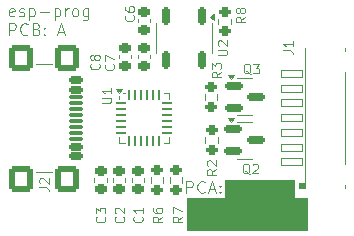
<source format=gbr>
%TF.GenerationSoftware,KiCad,Pcbnew,8.0.3-8.0.3-0~ubuntu24.04.1*%
%TF.CreationDate,2024-07-06T11:56:49-06:00*%
%TF.ProjectId,esp-prog,6573702d-7072-46f6-972e-6b696361645f,rev?*%
%TF.SameCoordinates,Original*%
%TF.FileFunction,Legend,Top*%
%TF.FilePolarity,Positive*%
%FSLAX46Y46*%
G04 Gerber Fmt 4.6, Leading zero omitted, Abs format (unit mm)*
G04 Created by KiCad (PCBNEW 8.0.3-8.0.3-0~ubuntu24.04.1) date 2024-07-06 11:56:49*
%MOMM*%
%LPD*%
G01*
G04 APERTURE LIST*
G04 Aperture macros list*
%AMRoundRect*
0 Rectangle with rounded corners*
0 $1 Rounding radius*
0 $2 $3 $4 $5 $6 $7 $8 $9 X,Y pos of 4 corners*
0 Add a 4 corners polygon primitive as box body*
4,1,4,$2,$3,$4,$5,$6,$7,$8,$9,$2,$3,0*
0 Add four circle primitives for the rounded corners*
1,1,$1+$1,$2,$3*
1,1,$1+$1,$4,$5*
1,1,$1+$1,$6,$7*
1,1,$1+$1,$8,$9*
0 Add four rect primitives between the rounded corners*
20,1,$1+$1,$2,$3,$4,$5,0*
20,1,$1+$1,$4,$5,$6,$7,0*
20,1,$1+$1,$6,$7,$8,$9,0*
20,1,$1+$1,$8,$9,$2,$3,0*%
%AMOutline5P*
0 Free polygon, 5 corners , with rotation*
0 The origin of the aperture is its center*
0 number of corners: always 5*
0 $1 to $10 corner X, Y*
0 $11 Rotation angle, in degrees counterclockwise*
0 create outline with 5 corners*
4,1,5,$1,$2,$3,$4,$5,$6,$7,$8,$9,$10,$1,$2,$11*%
%AMOutline6P*
0 Free polygon, 6 corners , with rotation*
0 The origin of the aperture is its center*
0 number of corners: always 6*
0 $1 to $12 corner X, Y*
0 $13 Rotation angle, in degrees counterclockwise*
0 create outline with 6 corners*
4,1,6,$1,$2,$3,$4,$5,$6,$7,$8,$9,$10,$11,$12,$1,$2,$13*%
%AMOutline7P*
0 Free polygon, 7 corners , with rotation*
0 The origin of the aperture is its center*
0 number of corners: always 7*
0 $1 to $14 corner X, Y*
0 $15 Rotation angle, in degrees counterclockwise*
0 create outline with 7 corners*
4,1,7,$1,$2,$3,$4,$5,$6,$7,$8,$9,$10,$11,$12,$13,$14,$1,$2,$15*%
%AMOutline8P*
0 Free polygon, 8 corners , with rotation*
0 The origin of the aperture is its center*
0 number of corners: always 8*
0 $1 to $16 corner X, Y*
0 $17 Rotation angle, in degrees counterclockwise*
0 create outline with 8 corners*
4,1,8,$1,$2,$3,$4,$5,$6,$7,$8,$9,$10,$11,$12,$13,$14,$15,$16,$1,$2,$17*%
%AMFreePoly0*
4,1,13,0.900000,0.500000,2.600000,0.500000,2.600000,-0.500000,0.900000,-0.500000,0.400000,-1.000000,-0.400000,-1.000000,-0.900000,-0.500000,-2.600000,-0.500000,-2.600000,0.500000,-0.900000,0.500000,-0.400000,1.000000,0.400000,1.000000,0.900000,0.500000,0.900000,0.500000,$1*%
G04 Aperture macros list end*
%ADD10C,0.100000*%
%ADD11C,0.120000*%
%ADD12RoundRect,0.035000X0.865000X-0.315000X0.865000X0.315000X-0.865000X0.315000X-0.865000X-0.315000X0*%
%ADD13Outline5P,-0.900000X1.100000X0.900000X1.100000X0.900000X-0.380000X0.180000X-1.100000X-0.900000X-1.100000X90.000000*%
%ADD14Outline5P,-0.900000X1.100000X0.900000X1.100000X0.900000X-1.100000X-0.180000X-1.100000X-0.900000X-0.380000X90.000000*%
%ADD15RoundRect,0.062500X-0.350000X-0.062500X0.350000X-0.062500X0.350000X0.062500X-0.350000X0.062500X0*%
%ADD16RoundRect,0.062500X-0.062500X-0.350000X0.062500X-0.350000X0.062500X0.350000X-0.062500X0.350000X0*%
%ADD17R,2.600000X2.600000*%
%ADD18RoundRect,0.225000X-0.250000X0.225000X-0.250000X-0.225000X0.250000X-0.225000X0.250000X0.225000X0*%
%ADD19RoundRect,0.200000X0.275000X-0.200000X0.275000X0.200000X-0.275000X0.200000X-0.275000X-0.200000X0*%
%ADD20RoundRect,0.225000X0.250000X-0.225000X0.250000X0.225000X-0.250000X0.225000X-0.250000X-0.225000X0*%
%ADD21RoundRect,0.150000X-0.587500X-0.150000X0.587500X-0.150000X0.587500X0.150000X-0.587500X0.150000X0*%
%ADD22RoundRect,0.200000X-0.275000X0.200000X-0.275000X-0.200000X0.275000X-0.200000X0.275000X0.200000X0*%
%ADD23RoundRect,0.175000X-0.175000X0.575000X-0.175000X-0.575000X0.175000X-0.575000X0.175000X0.575000X0*%
%ADD24FreePoly0,270.000000*%
%ADD25C,0.650000*%
%ADD26RoundRect,0.150000X-0.425000X0.150000X-0.425000X-0.150000X0.425000X-0.150000X0.425000X0.150000X0*%
%ADD27RoundRect,0.075000X-0.500000X0.075000X-0.500000X-0.075000X0.500000X-0.075000X0.500000X0.075000X0*%
%ADD28RoundRect,0.250000X-0.750000X0.840000X-0.750000X-0.840000X0.750000X-0.840000X0.750000X0.840000X0*%
G04 APERTURE END LIST*
D10*
X35750000Y-36800000D02*
X45950000Y-36800000D01*
X45950000Y-39450000D01*
X35750000Y-39450000D01*
X35750000Y-36800000D01*
G36*
X35750000Y-36800000D02*
G01*
X45950000Y-36800000D01*
X45950000Y-39450000D01*
X35750000Y-39450000D01*
X35750000Y-36800000D01*
G37*
X38950000Y-35200000D02*
X44800000Y-35200000D01*
X44800000Y-36800000D01*
X38950000Y-36800000D01*
X38950000Y-35200000D01*
G36*
X38950000Y-35200000D02*
G01*
X44800000Y-35200000D01*
X44800000Y-36800000D01*
X38950000Y-36800000D01*
X38950000Y-35200000D01*
G37*
X20703884Y-22972419D02*
X20703884Y-21972419D01*
X20703884Y-21972419D02*
X21084836Y-21972419D01*
X21084836Y-21972419D02*
X21180074Y-22020038D01*
X21180074Y-22020038D02*
X21227693Y-22067657D01*
X21227693Y-22067657D02*
X21275312Y-22162895D01*
X21275312Y-22162895D02*
X21275312Y-22305752D01*
X21275312Y-22305752D02*
X21227693Y-22400990D01*
X21227693Y-22400990D02*
X21180074Y-22448609D01*
X21180074Y-22448609D02*
X21084836Y-22496228D01*
X21084836Y-22496228D02*
X20703884Y-22496228D01*
X22275312Y-22877180D02*
X22227693Y-22924800D01*
X22227693Y-22924800D02*
X22084836Y-22972419D01*
X22084836Y-22972419D02*
X21989598Y-22972419D01*
X21989598Y-22972419D02*
X21846741Y-22924800D01*
X21846741Y-22924800D02*
X21751503Y-22829561D01*
X21751503Y-22829561D02*
X21703884Y-22734323D01*
X21703884Y-22734323D02*
X21656265Y-22543847D01*
X21656265Y-22543847D02*
X21656265Y-22400990D01*
X21656265Y-22400990D02*
X21703884Y-22210514D01*
X21703884Y-22210514D02*
X21751503Y-22115276D01*
X21751503Y-22115276D02*
X21846741Y-22020038D01*
X21846741Y-22020038D02*
X21989598Y-21972419D01*
X21989598Y-21972419D02*
X22084836Y-21972419D01*
X22084836Y-21972419D02*
X22227693Y-22020038D01*
X22227693Y-22020038D02*
X22275312Y-22067657D01*
X23037217Y-22448609D02*
X23180074Y-22496228D01*
X23180074Y-22496228D02*
X23227693Y-22543847D01*
X23227693Y-22543847D02*
X23275312Y-22639085D01*
X23275312Y-22639085D02*
X23275312Y-22781942D01*
X23275312Y-22781942D02*
X23227693Y-22877180D01*
X23227693Y-22877180D02*
X23180074Y-22924800D01*
X23180074Y-22924800D02*
X23084836Y-22972419D01*
X23084836Y-22972419D02*
X22703884Y-22972419D01*
X22703884Y-22972419D02*
X22703884Y-21972419D01*
X22703884Y-21972419D02*
X23037217Y-21972419D01*
X23037217Y-21972419D02*
X23132455Y-22020038D01*
X23132455Y-22020038D02*
X23180074Y-22067657D01*
X23180074Y-22067657D02*
X23227693Y-22162895D01*
X23227693Y-22162895D02*
X23227693Y-22258133D01*
X23227693Y-22258133D02*
X23180074Y-22353371D01*
X23180074Y-22353371D02*
X23132455Y-22400990D01*
X23132455Y-22400990D02*
X23037217Y-22448609D01*
X23037217Y-22448609D02*
X22703884Y-22448609D01*
X23703884Y-22877180D02*
X23751503Y-22924800D01*
X23751503Y-22924800D02*
X23703884Y-22972419D01*
X23703884Y-22972419D02*
X23656265Y-22924800D01*
X23656265Y-22924800D02*
X23703884Y-22877180D01*
X23703884Y-22877180D02*
X23703884Y-22972419D01*
X23703884Y-22353371D02*
X23751503Y-22400990D01*
X23751503Y-22400990D02*
X23703884Y-22448609D01*
X23703884Y-22448609D02*
X23656265Y-22400990D01*
X23656265Y-22400990D02*
X23703884Y-22353371D01*
X23703884Y-22353371D02*
X23703884Y-22448609D01*
X24894360Y-22686704D02*
X25370550Y-22686704D01*
X24799122Y-22972419D02*
X25132455Y-21972419D01*
X25132455Y-21972419D02*
X25465788Y-22972419D01*
X35703884Y-36322419D02*
X35703884Y-35322419D01*
X35703884Y-35322419D02*
X36084836Y-35322419D01*
X36084836Y-35322419D02*
X36180074Y-35370038D01*
X36180074Y-35370038D02*
X36227693Y-35417657D01*
X36227693Y-35417657D02*
X36275312Y-35512895D01*
X36275312Y-35512895D02*
X36275312Y-35655752D01*
X36275312Y-35655752D02*
X36227693Y-35750990D01*
X36227693Y-35750990D02*
X36180074Y-35798609D01*
X36180074Y-35798609D02*
X36084836Y-35846228D01*
X36084836Y-35846228D02*
X35703884Y-35846228D01*
X37275312Y-36227180D02*
X37227693Y-36274800D01*
X37227693Y-36274800D02*
X37084836Y-36322419D01*
X37084836Y-36322419D02*
X36989598Y-36322419D01*
X36989598Y-36322419D02*
X36846741Y-36274800D01*
X36846741Y-36274800D02*
X36751503Y-36179561D01*
X36751503Y-36179561D02*
X36703884Y-36084323D01*
X36703884Y-36084323D02*
X36656265Y-35893847D01*
X36656265Y-35893847D02*
X36656265Y-35750990D01*
X36656265Y-35750990D02*
X36703884Y-35560514D01*
X36703884Y-35560514D02*
X36751503Y-35465276D01*
X36751503Y-35465276D02*
X36846741Y-35370038D01*
X36846741Y-35370038D02*
X36989598Y-35322419D01*
X36989598Y-35322419D02*
X37084836Y-35322419D01*
X37084836Y-35322419D02*
X37227693Y-35370038D01*
X37227693Y-35370038D02*
X37275312Y-35417657D01*
X37656265Y-36036704D02*
X38132455Y-36036704D01*
X37561027Y-36322419D02*
X37894360Y-35322419D01*
X37894360Y-35322419D02*
X38227693Y-36322419D01*
X38561027Y-36227180D02*
X38608646Y-36274800D01*
X38608646Y-36274800D02*
X38561027Y-36322419D01*
X38561027Y-36322419D02*
X38513408Y-36274800D01*
X38513408Y-36274800D02*
X38561027Y-36227180D01*
X38561027Y-36227180D02*
X38561027Y-36322419D01*
X38561027Y-35703371D02*
X38608646Y-35750990D01*
X38608646Y-35750990D02*
X38561027Y-35798609D01*
X38561027Y-35798609D02*
X38513408Y-35750990D01*
X38513408Y-35750990D02*
X38561027Y-35703371D01*
X38561027Y-35703371D02*
X38561027Y-35798609D01*
X21134836Y-21324800D02*
X21039598Y-21372419D01*
X21039598Y-21372419D02*
X20849122Y-21372419D01*
X20849122Y-21372419D02*
X20753884Y-21324800D01*
X20753884Y-21324800D02*
X20706265Y-21229561D01*
X20706265Y-21229561D02*
X20706265Y-20848609D01*
X20706265Y-20848609D02*
X20753884Y-20753371D01*
X20753884Y-20753371D02*
X20849122Y-20705752D01*
X20849122Y-20705752D02*
X21039598Y-20705752D01*
X21039598Y-20705752D02*
X21134836Y-20753371D01*
X21134836Y-20753371D02*
X21182455Y-20848609D01*
X21182455Y-20848609D02*
X21182455Y-20943847D01*
X21182455Y-20943847D02*
X20706265Y-21039085D01*
X21563408Y-21324800D02*
X21658646Y-21372419D01*
X21658646Y-21372419D02*
X21849122Y-21372419D01*
X21849122Y-21372419D02*
X21944360Y-21324800D01*
X21944360Y-21324800D02*
X21991979Y-21229561D01*
X21991979Y-21229561D02*
X21991979Y-21181942D01*
X21991979Y-21181942D02*
X21944360Y-21086704D01*
X21944360Y-21086704D02*
X21849122Y-21039085D01*
X21849122Y-21039085D02*
X21706265Y-21039085D01*
X21706265Y-21039085D02*
X21611027Y-20991466D01*
X21611027Y-20991466D02*
X21563408Y-20896228D01*
X21563408Y-20896228D02*
X21563408Y-20848609D01*
X21563408Y-20848609D02*
X21611027Y-20753371D01*
X21611027Y-20753371D02*
X21706265Y-20705752D01*
X21706265Y-20705752D02*
X21849122Y-20705752D01*
X21849122Y-20705752D02*
X21944360Y-20753371D01*
X22420551Y-20705752D02*
X22420551Y-21705752D01*
X22420551Y-20753371D02*
X22515789Y-20705752D01*
X22515789Y-20705752D02*
X22706265Y-20705752D01*
X22706265Y-20705752D02*
X22801503Y-20753371D01*
X22801503Y-20753371D02*
X22849122Y-20800990D01*
X22849122Y-20800990D02*
X22896741Y-20896228D01*
X22896741Y-20896228D02*
X22896741Y-21181942D01*
X22896741Y-21181942D02*
X22849122Y-21277180D01*
X22849122Y-21277180D02*
X22801503Y-21324800D01*
X22801503Y-21324800D02*
X22706265Y-21372419D01*
X22706265Y-21372419D02*
X22515789Y-21372419D01*
X22515789Y-21372419D02*
X22420551Y-21324800D01*
X23325313Y-20991466D02*
X24087218Y-20991466D01*
X24563408Y-20705752D02*
X24563408Y-21705752D01*
X24563408Y-20753371D02*
X24658646Y-20705752D01*
X24658646Y-20705752D02*
X24849122Y-20705752D01*
X24849122Y-20705752D02*
X24944360Y-20753371D01*
X24944360Y-20753371D02*
X24991979Y-20800990D01*
X24991979Y-20800990D02*
X25039598Y-20896228D01*
X25039598Y-20896228D02*
X25039598Y-21181942D01*
X25039598Y-21181942D02*
X24991979Y-21277180D01*
X24991979Y-21277180D02*
X24944360Y-21324800D01*
X24944360Y-21324800D02*
X24849122Y-21372419D01*
X24849122Y-21372419D02*
X24658646Y-21372419D01*
X24658646Y-21372419D02*
X24563408Y-21324800D01*
X25468170Y-21372419D02*
X25468170Y-20705752D01*
X25468170Y-20896228D02*
X25515789Y-20800990D01*
X25515789Y-20800990D02*
X25563408Y-20753371D01*
X25563408Y-20753371D02*
X25658646Y-20705752D01*
X25658646Y-20705752D02*
X25753884Y-20705752D01*
X26230075Y-21372419D02*
X26134837Y-21324800D01*
X26134837Y-21324800D02*
X26087218Y-21277180D01*
X26087218Y-21277180D02*
X26039599Y-21181942D01*
X26039599Y-21181942D02*
X26039599Y-20896228D01*
X26039599Y-20896228D02*
X26087218Y-20800990D01*
X26087218Y-20800990D02*
X26134837Y-20753371D01*
X26134837Y-20753371D02*
X26230075Y-20705752D01*
X26230075Y-20705752D02*
X26372932Y-20705752D01*
X26372932Y-20705752D02*
X26468170Y-20753371D01*
X26468170Y-20753371D02*
X26515789Y-20800990D01*
X26515789Y-20800990D02*
X26563408Y-20896228D01*
X26563408Y-20896228D02*
X26563408Y-21181942D01*
X26563408Y-21181942D02*
X26515789Y-21277180D01*
X26515789Y-21277180D02*
X26468170Y-21324800D01*
X26468170Y-21324800D02*
X26372932Y-21372419D01*
X26372932Y-21372419D02*
X26230075Y-21372419D01*
X27420551Y-20705752D02*
X27420551Y-21515276D01*
X27420551Y-21515276D02*
X27372932Y-21610514D01*
X27372932Y-21610514D02*
X27325313Y-21658133D01*
X27325313Y-21658133D02*
X27230075Y-21705752D01*
X27230075Y-21705752D02*
X27087218Y-21705752D01*
X27087218Y-21705752D02*
X26991980Y-21658133D01*
X27420551Y-21324800D02*
X27325313Y-21372419D01*
X27325313Y-21372419D02*
X27134837Y-21372419D01*
X27134837Y-21372419D02*
X27039599Y-21324800D01*
X27039599Y-21324800D02*
X26991980Y-21277180D01*
X26991980Y-21277180D02*
X26944361Y-21181942D01*
X26944361Y-21181942D02*
X26944361Y-20896228D01*
X26944361Y-20896228D02*
X26991980Y-20800990D01*
X26991980Y-20800990D02*
X27039599Y-20753371D01*
X27039599Y-20753371D02*
X27134837Y-20705752D01*
X27134837Y-20705752D02*
X27325313Y-20705752D01*
X27325313Y-20705752D02*
X27420551Y-20753371D01*
X43914895Y-24266666D02*
X44486323Y-24266666D01*
X44486323Y-24266666D02*
X44600609Y-24304761D01*
X44600609Y-24304761D02*
X44676800Y-24380952D01*
X44676800Y-24380952D02*
X44714895Y-24495237D01*
X44714895Y-24495237D02*
X44714895Y-24571428D01*
X44714895Y-23466666D02*
X44714895Y-23923809D01*
X44714895Y-23695237D02*
X43914895Y-23695237D01*
X43914895Y-23695237D02*
X44029180Y-23771428D01*
X44029180Y-23771428D02*
X44105371Y-23847618D01*
X44105371Y-23847618D02*
X44143466Y-23923809D01*
X28564895Y-28709523D02*
X29212514Y-28709523D01*
X29212514Y-28709523D02*
X29288704Y-28671428D01*
X29288704Y-28671428D02*
X29326800Y-28633333D01*
X29326800Y-28633333D02*
X29364895Y-28557142D01*
X29364895Y-28557142D02*
X29364895Y-28404761D01*
X29364895Y-28404761D02*
X29326800Y-28328571D01*
X29326800Y-28328571D02*
X29288704Y-28290476D01*
X29288704Y-28290476D02*
X29212514Y-28252380D01*
X29212514Y-28252380D02*
X28564895Y-28252380D01*
X29364895Y-27452381D02*
X29364895Y-27909524D01*
X29364895Y-27680952D02*
X28564895Y-27680952D01*
X28564895Y-27680952D02*
X28679180Y-27757143D01*
X28679180Y-27757143D02*
X28755371Y-27833333D01*
X28755371Y-27833333D02*
X28793466Y-27909524D01*
X28788704Y-38333332D02*
X28826800Y-38371428D01*
X28826800Y-38371428D02*
X28864895Y-38485713D01*
X28864895Y-38485713D02*
X28864895Y-38561904D01*
X28864895Y-38561904D02*
X28826800Y-38676190D01*
X28826800Y-38676190D02*
X28750609Y-38752380D01*
X28750609Y-38752380D02*
X28674419Y-38790475D01*
X28674419Y-38790475D02*
X28522038Y-38828571D01*
X28522038Y-38828571D02*
X28407752Y-38828571D01*
X28407752Y-38828571D02*
X28255371Y-38790475D01*
X28255371Y-38790475D02*
X28179180Y-38752380D01*
X28179180Y-38752380D02*
X28102990Y-38676190D01*
X28102990Y-38676190D02*
X28064895Y-38561904D01*
X28064895Y-38561904D02*
X28064895Y-38485713D01*
X28064895Y-38485713D02*
X28102990Y-38371428D01*
X28102990Y-38371428D02*
X28141085Y-38333332D01*
X28064895Y-38066666D02*
X28064895Y-37571428D01*
X28064895Y-37571428D02*
X28369657Y-37838094D01*
X28369657Y-37838094D02*
X28369657Y-37723809D01*
X28369657Y-37723809D02*
X28407752Y-37647618D01*
X28407752Y-37647618D02*
X28445847Y-37609523D01*
X28445847Y-37609523D02*
X28522038Y-37571428D01*
X28522038Y-37571428D02*
X28712514Y-37571428D01*
X28712514Y-37571428D02*
X28788704Y-37609523D01*
X28788704Y-37609523D02*
X28826800Y-37647618D01*
X28826800Y-37647618D02*
X28864895Y-37723809D01*
X28864895Y-37723809D02*
X28864895Y-37952380D01*
X28864895Y-37952380D02*
X28826800Y-38028571D01*
X28826800Y-38028571D02*
X28788704Y-38066666D01*
X31238704Y-21283332D02*
X31276800Y-21321428D01*
X31276800Y-21321428D02*
X31314895Y-21435713D01*
X31314895Y-21435713D02*
X31314895Y-21511904D01*
X31314895Y-21511904D02*
X31276800Y-21626190D01*
X31276800Y-21626190D02*
X31200609Y-21702380D01*
X31200609Y-21702380D02*
X31124419Y-21740475D01*
X31124419Y-21740475D02*
X30972038Y-21778571D01*
X30972038Y-21778571D02*
X30857752Y-21778571D01*
X30857752Y-21778571D02*
X30705371Y-21740475D01*
X30705371Y-21740475D02*
X30629180Y-21702380D01*
X30629180Y-21702380D02*
X30552990Y-21626190D01*
X30552990Y-21626190D02*
X30514895Y-21511904D01*
X30514895Y-21511904D02*
X30514895Y-21435713D01*
X30514895Y-21435713D02*
X30552990Y-21321428D01*
X30552990Y-21321428D02*
X30591085Y-21283332D01*
X30514895Y-20597618D02*
X30514895Y-20749999D01*
X30514895Y-20749999D02*
X30552990Y-20826190D01*
X30552990Y-20826190D02*
X30591085Y-20864285D01*
X30591085Y-20864285D02*
X30705371Y-20940475D01*
X30705371Y-20940475D02*
X30857752Y-20978571D01*
X30857752Y-20978571D02*
X31162514Y-20978571D01*
X31162514Y-20978571D02*
X31238704Y-20940475D01*
X31238704Y-20940475D02*
X31276800Y-20902380D01*
X31276800Y-20902380D02*
X31314895Y-20826190D01*
X31314895Y-20826190D02*
X31314895Y-20673809D01*
X31314895Y-20673809D02*
X31276800Y-20597618D01*
X31276800Y-20597618D02*
X31238704Y-20559523D01*
X31238704Y-20559523D02*
X31162514Y-20521428D01*
X31162514Y-20521428D02*
X30972038Y-20521428D01*
X30972038Y-20521428D02*
X30895847Y-20559523D01*
X30895847Y-20559523D02*
X30857752Y-20597618D01*
X30857752Y-20597618D02*
X30819657Y-20673809D01*
X30819657Y-20673809D02*
X30819657Y-20826190D01*
X30819657Y-20826190D02*
X30857752Y-20902380D01*
X30857752Y-20902380D02*
X30895847Y-20940475D01*
X30895847Y-20940475D02*
X30972038Y-20978571D01*
X35364895Y-38333332D02*
X34983942Y-38599999D01*
X35364895Y-38790475D02*
X34564895Y-38790475D01*
X34564895Y-38790475D02*
X34564895Y-38485713D01*
X34564895Y-38485713D02*
X34602990Y-38409523D01*
X34602990Y-38409523D02*
X34641085Y-38371428D01*
X34641085Y-38371428D02*
X34717276Y-38333332D01*
X34717276Y-38333332D02*
X34831561Y-38333332D01*
X34831561Y-38333332D02*
X34907752Y-38371428D01*
X34907752Y-38371428D02*
X34945847Y-38409523D01*
X34945847Y-38409523D02*
X34983942Y-38485713D01*
X34983942Y-38485713D02*
X34983942Y-38790475D01*
X34564895Y-38066666D02*
X34564895Y-37533332D01*
X34564895Y-37533332D02*
X35364895Y-37876190D01*
X28288704Y-25383332D02*
X28326800Y-25421428D01*
X28326800Y-25421428D02*
X28364895Y-25535713D01*
X28364895Y-25535713D02*
X28364895Y-25611904D01*
X28364895Y-25611904D02*
X28326800Y-25726190D01*
X28326800Y-25726190D02*
X28250609Y-25802380D01*
X28250609Y-25802380D02*
X28174419Y-25840475D01*
X28174419Y-25840475D02*
X28022038Y-25878571D01*
X28022038Y-25878571D02*
X27907752Y-25878571D01*
X27907752Y-25878571D02*
X27755371Y-25840475D01*
X27755371Y-25840475D02*
X27679180Y-25802380D01*
X27679180Y-25802380D02*
X27602990Y-25726190D01*
X27602990Y-25726190D02*
X27564895Y-25611904D01*
X27564895Y-25611904D02*
X27564895Y-25535713D01*
X27564895Y-25535713D02*
X27602990Y-25421428D01*
X27602990Y-25421428D02*
X27641085Y-25383332D01*
X27907752Y-24926190D02*
X27869657Y-25002380D01*
X27869657Y-25002380D02*
X27831561Y-25040475D01*
X27831561Y-25040475D02*
X27755371Y-25078571D01*
X27755371Y-25078571D02*
X27717276Y-25078571D01*
X27717276Y-25078571D02*
X27641085Y-25040475D01*
X27641085Y-25040475D02*
X27602990Y-25002380D01*
X27602990Y-25002380D02*
X27564895Y-24926190D01*
X27564895Y-24926190D02*
X27564895Y-24773809D01*
X27564895Y-24773809D02*
X27602990Y-24697618D01*
X27602990Y-24697618D02*
X27641085Y-24659523D01*
X27641085Y-24659523D02*
X27717276Y-24621428D01*
X27717276Y-24621428D02*
X27755371Y-24621428D01*
X27755371Y-24621428D02*
X27831561Y-24659523D01*
X27831561Y-24659523D02*
X27869657Y-24697618D01*
X27869657Y-24697618D02*
X27907752Y-24773809D01*
X27907752Y-24773809D02*
X27907752Y-24926190D01*
X27907752Y-24926190D02*
X27945847Y-25002380D01*
X27945847Y-25002380D02*
X27983942Y-25040475D01*
X27983942Y-25040475D02*
X28060133Y-25078571D01*
X28060133Y-25078571D02*
X28212514Y-25078571D01*
X28212514Y-25078571D02*
X28288704Y-25040475D01*
X28288704Y-25040475D02*
X28326800Y-25002380D01*
X28326800Y-25002380D02*
X28364895Y-24926190D01*
X28364895Y-24926190D02*
X28364895Y-24773809D01*
X28364895Y-24773809D02*
X28326800Y-24697618D01*
X28326800Y-24697618D02*
X28288704Y-24659523D01*
X28288704Y-24659523D02*
X28212514Y-24621428D01*
X28212514Y-24621428D02*
X28060133Y-24621428D01*
X28060133Y-24621428D02*
X27983942Y-24659523D01*
X27983942Y-24659523D02*
X27945847Y-24697618D01*
X27945847Y-24697618D02*
X27907752Y-24773809D01*
X41173809Y-26291085D02*
X41097619Y-26252990D01*
X41097619Y-26252990D02*
X41021428Y-26176800D01*
X41021428Y-26176800D02*
X40907142Y-26062514D01*
X40907142Y-26062514D02*
X40830952Y-26024419D01*
X40830952Y-26024419D02*
X40754761Y-26024419D01*
X40792857Y-26214895D02*
X40716666Y-26176800D01*
X40716666Y-26176800D02*
X40640476Y-26100609D01*
X40640476Y-26100609D02*
X40602380Y-25948228D01*
X40602380Y-25948228D02*
X40602380Y-25681561D01*
X40602380Y-25681561D02*
X40640476Y-25529180D01*
X40640476Y-25529180D02*
X40716666Y-25452990D01*
X40716666Y-25452990D02*
X40792857Y-25414895D01*
X40792857Y-25414895D02*
X40945238Y-25414895D01*
X40945238Y-25414895D02*
X41021428Y-25452990D01*
X41021428Y-25452990D02*
X41097619Y-25529180D01*
X41097619Y-25529180D02*
X41135714Y-25681561D01*
X41135714Y-25681561D02*
X41135714Y-25948228D01*
X41135714Y-25948228D02*
X41097619Y-26100609D01*
X41097619Y-26100609D02*
X41021428Y-26176800D01*
X41021428Y-26176800D02*
X40945238Y-26214895D01*
X40945238Y-26214895D02*
X40792857Y-26214895D01*
X41402380Y-25414895D02*
X41897618Y-25414895D01*
X41897618Y-25414895D02*
X41630952Y-25719657D01*
X41630952Y-25719657D02*
X41745237Y-25719657D01*
X41745237Y-25719657D02*
X41821428Y-25757752D01*
X41821428Y-25757752D02*
X41859523Y-25795847D01*
X41859523Y-25795847D02*
X41897618Y-25872038D01*
X41897618Y-25872038D02*
X41897618Y-26062514D01*
X41897618Y-26062514D02*
X41859523Y-26138704D01*
X41859523Y-26138704D02*
X41821428Y-26176800D01*
X41821428Y-26176800D02*
X41745237Y-26214895D01*
X41745237Y-26214895D02*
X41516666Y-26214895D01*
X41516666Y-26214895D02*
X41440475Y-26176800D01*
X41440475Y-26176800D02*
X41402380Y-26138704D01*
X38664895Y-26083332D02*
X38283942Y-26349999D01*
X38664895Y-26540475D02*
X37864895Y-26540475D01*
X37864895Y-26540475D02*
X37864895Y-26235713D01*
X37864895Y-26235713D02*
X37902990Y-26159523D01*
X37902990Y-26159523D02*
X37941085Y-26121428D01*
X37941085Y-26121428D02*
X38017276Y-26083332D01*
X38017276Y-26083332D02*
X38131561Y-26083332D01*
X38131561Y-26083332D02*
X38207752Y-26121428D01*
X38207752Y-26121428D02*
X38245847Y-26159523D01*
X38245847Y-26159523D02*
X38283942Y-26235713D01*
X38283942Y-26235713D02*
X38283942Y-26540475D01*
X37864895Y-25816666D02*
X37864895Y-25321428D01*
X37864895Y-25321428D02*
X38169657Y-25588094D01*
X38169657Y-25588094D02*
X38169657Y-25473809D01*
X38169657Y-25473809D02*
X38207752Y-25397618D01*
X38207752Y-25397618D02*
X38245847Y-25359523D01*
X38245847Y-25359523D02*
X38322038Y-25321428D01*
X38322038Y-25321428D02*
X38512514Y-25321428D01*
X38512514Y-25321428D02*
X38588704Y-25359523D01*
X38588704Y-25359523D02*
X38626800Y-25397618D01*
X38626800Y-25397618D02*
X38664895Y-25473809D01*
X38664895Y-25473809D02*
X38664895Y-25702380D01*
X38664895Y-25702380D02*
X38626800Y-25778571D01*
X38626800Y-25778571D02*
X38588704Y-25816666D01*
X38264895Y-34333332D02*
X37883942Y-34599999D01*
X38264895Y-34790475D02*
X37464895Y-34790475D01*
X37464895Y-34790475D02*
X37464895Y-34485713D01*
X37464895Y-34485713D02*
X37502990Y-34409523D01*
X37502990Y-34409523D02*
X37541085Y-34371428D01*
X37541085Y-34371428D02*
X37617276Y-34333332D01*
X37617276Y-34333332D02*
X37731561Y-34333332D01*
X37731561Y-34333332D02*
X37807752Y-34371428D01*
X37807752Y-34371428D02*
X37845847Y-34409523D01*
X37845847Y-34409523D02*
X37883942Y-34485713D01*
X37883942Y-34485713D02*
X37883942Y-34790475D01*
X37541085Y-34028571D02*
X37502990Y-33990475D01*
X37502990Y-33990475D02*
X37464895Y-33914285D01*
X37464895Y-33914285D02*
X37464895Y-33723809D01*
X37464895Y-33723809D02*
X37502990Y-33647618D01*
X37502990Y-33647618D02*
X37541085Y-33609523D01*
X37541085Y-33609523D02*
X37617276Y-33571428D01*
X37617276Y-33571428D02*
X37693466Y-33571428D01*
X37693466Y-33571428D02*
X37807752Y-33609523D01*
X37807752Y-33609523D02*
X38264895Y-34066666D01*
X38264895Y-34066666D02*
X38264895Y-33571428D01*
X38364895Y-24659523D02*
X39012514Y-24659523D01*
X39012514Y-24659523D02*
X39088704Y-24621428D01*
X39088704Y-24621428D02*
X39126800Y-24583333D01*
X39126800Y-24583333D02*
X39164895Y-24507142D01*
X39164895Y-24507142D02*
X39164895Y-24354761D01*
X39164895Y-24354761D02*
X39126800Y-24278571D01*
X39126800Y-24278571D02*
X39088704Y-24240476D01*
X39088704Y-24240476D02*
X39012514Y-24202380D01*
X39012514Y-24202380D02*
X38364895Y-24202380D01*
X38441085Y-23859524D02*
X38402990Y-23821428D01*
X38402990Y-23821428D02*
X38364895Y-23745238D01*
X38364895Y-23745238D02*
X38364895Y-23554762D01*
X38364895Y-23554762D02*
X38402990Y-23478571D01*
X38402990Y-23478571D02*
X38441085Y-23440476D01*
X38441085Y-23440476D02*
X38517276Y-23402381D01*
X38517276Y-23402381D02*
X38593466Y-23402381D01*
X38593466Y-23402381D02*
X38707752Y-23440476D01*
X38707752Y-23440476D02*
X39164895Y-23897619D01*
X39164895Y-23897619D02*
X39164895Y-23402381D01*
X29538704Y-25433332D02*
X29576800Y-25471428D01*
X29576800Y-25471428D02*
X29614895Y-25585713D01*
X29614895Y-25585713D02*
X29614895Y-25661904D01*
X29614895Y-25661904D02*
X29576800Y-25776190D01*
X29576800Y-25776190D02*
X29500609Y-25852380D01*
X29500609Y-25852380D02*
X29424419Y-25890475D01*
X29424419Y-25890475D02*
X29272038Y-25928571D01*
X29272038Y-25928571D02*
X29157752Y-25928571D01*
X29157752Y-25928571D02*
X29005371Y-25890475D01*
X29005371Y-25890475D02*
X28929180Y-25852380D01*
X28929180Y-25852380D02*
X28852990Y-25776190D01*
X28852990Y-25776190D02*
X28814895Y-25661904D01*
X28814895Y-25661904D02*
X28814895Y-25585713D01*
X28814895Y-25585713D02*
X28852990Y-25471428D01*
X28852990Y-25471428D02*
X28891085Y-25433332D01*
X28814895Y-25166666D02*
X28814895Y-24633332D01*
X28814895Y-24633332D02*
X29614895Y-24976190D01*
X30388704Y-38333332D02*
X30426800Y-38371428D01*
X30426800Y-38371428D02*
X30464895Y-38485713D01*
X30464895Y-38485713D02*
X30464895Y-38561904D01*
X30464895Y-38561904D02*
X30426800Y-38676190D01*
X30426800Y-38676190D02*
X30350609Y-38752380D01*
X30350609Y-38752380D02*
X30274419Y-38790475D01*
X30274419Y-38790475D02*
X30122038Y-38828571D01*
X30122038Y-38828571D02*
X30007752Y-38828571D01*
X30007752Y-38828571D02*
X29855371Y-38790475D01*
X29855371Y-38790475D02*
X29779180Y-38752380D01*
X29779180Y-38752380D02*
X29702990Y-38676190D01*
X29702990Y-38676190D02*
X29664895Y-38561904D01*
X29664895Y-38561904D02*
X29664895Y-38485713D01*
X29664895Y-38485713D02*
X29702990Y-38371428D01*
X29702990Y-38371428D02*
X29741085Y-38333332D01*
X29741085Y-38028571D02*
X29702990Y-37990475D01*
X29702990Y-37990475D02*
X29664895Y-37914285D01*
X29664895Y-37914285D02*
X29664895Y-37723809D01*
X29664895Y-37723809D02*
X29702990Y-37647618D01*
X29702990Y-37647618D02*
X29741085Y-37609523D01*
X29741085Y-37609523D02*
X29817276Y-37571428D01*
X29817276Y-37571428D02*
X29893466Y-37571428D01*
X29893466Y-37571428D02*
X30007752Y-37609523D01*
X30007752Y-37609523D02*
X30464895Y-38066666D01*
X30464895Y-38066666D02*
X30464895Y-37571428D01*
X33664895Y-38333332D02*
X33283942Y-38599999D01*
X33664895Y-38790475D02*
X32864895Y-38790475D01*
X32864895Y-38790475D02*
X32864895Y-38485713D01*
X32864895Y-38485713D02*
X32902990Y-38409523D01*
X32902990Y-38409523D02*
X32941085Y-38371428D01*
X32941085Y-38371428D02*
X33017276Y-38333332D01*
X33017276Y-38333332D02*
X33131561Y-38333332D01*
X33131561Y-38333332D02*
X33207752Y-38371428D01*
X33207752Y-38371428D02*
X33245847Y-38409523D01*
X33245847Y-38409523D02*
X33283942Y-38485713D01*
X33283942Y-38485713D02*
X33283942Y-38790475D01*
X32864895Y-37647618D02*
X32864895Y-37799999D01*
X32864895Y-37799999D02*
X32902990Y-37876190D01*
X32902990Y-37876190D02*
X32941085Y-37914285D01*
X32941085Y-37914285D02*
X33055371Y-37990475D01*
X33055371Y-37990475D02*
X33207752Y-38028571D01*
X33207752Y-38028571D02*
X33512514Y-38028571D01*
X33512514Y-38028571D02*
X33588704Y-37990475D01*
X33588704Y-37990475D02*
X33626800Y-37952380D01*
X33626800Y-37952380D02*
X33664895Y-37876190D01*
X33664895Y-37876190D02*
X33664895Y-37723809D01*
X33664895Y-37723809D02*
X33626800Y-37647618D01*
X33626800Y-37647618D02*
X33588704Y-37609523D01*
X33588704Y-37609523D02*
X33512514Y-37571428D01*
X33512514Y-37571428D02*
X33322038Y-37571428D01*
X33322038Y-37571428D02*
X33245847Y-37609523D01*
X33245847Y-37609523D02*
X33207752Y-37647618D01*
X33207752Y-37647618D02*
X33169657Y-37723809D01*
X33169657Y-37723809D02*
X33169657Y-37876190D01*
X33169657Y-37876190D02*
X33207752Y-37952380D01*
X33207752Y-37952380D02*
X33245847Y-37990475D01*
X33245847Y-37990475D02*
X33322038Y-38028571D01*
X41073809Y-34741085D02*
X40997619Y-34702990D01*
X40997619Y-34702990D02*
X40921428Y-34626800D01*
X40921428Y-34626800D02*
X40807142Y-34512514D01*
X40807142Y-34512514D02*
X40730952Y-34474419D01*
X40730952Y-34474419D02*
X40654761Y-34474419D01*
X40692857Y-34664895D02*
X40616666Y-34626800D01*
X40616666Y-34626800D02*
X40540476Y-34550609D01*
X40540476Y-34550609D02*
X40502380Y-34398228D01*
X40502380Y-34398228D02*
X40502380Y-34131561D01*
X40502380Y-34131561D02*
X40540476Y-33979180D01*
X40540476Y-33979180D02*
X40616666Y-33902990D01*
X40616666Y-33902990D02*
X40692857Y-33864895D01*
X40692857Y-33864895D02*
X40845238Y-33864895D01*
X40845238Y-33864895D02*
X40921428Y-33902990D01*
X40921428Y-33902990D02*
X40997619Y-33979180D01*
X40997619Y-33979180D02*
X41035714Y-34131561D01*
X41035714Y-34131561D02*
X41035714Y-34398228D01*
X41035714Y-34398228D02*
X40997619Y-34550609D01*
X40997619Y-34550609D02*
X40921428Y-34626800D01*
X40921428Y-34626800D02*
X40845238Y-34664895D01*
X40845238Y-34664895D02*
X40692857Y-34664895D01*
X41340475Y-33941085D02*
X41378571Y-33902990D01*
X41378571Y-33902990D02*
X41454761Y-33864895D01*
X41454761Y-33864895D02*
X41645237Y-33864895D01*
X41645237Y-33864895D02*
X41721428Y-33902990D01*
X41721428Y-33902990D02*
X41759523Y-33941085D01*
X41759523Y-33941085D02*
X41797618Y-34017276D01*
X41797618Y-34017276D02*
X41797618Y-34093466D01*
X41797618Y-34093466D02*
X41759523Y-34207752D01*
X41759523Y-34207752D02*
X41302380Y-34664895D01*
X41302380Y-34664895D02*
X41797618Y-34664895D01*
X23264895Y-35866666D02*
X23836323Y-35866666D01*
X23836323Y-35866666D02*
X23950609Y-35904761D01*
X23950609Y-35904761D02*
X24026800Y-35980952D01*
X24026800Y-35980952D02*
X24064895Y-36095237D01*
X24064895Y-36095237D02*
X24064895Y-36171428D01*
X23341085Y-35523809D02*
X23302990Y-35485713D01*
X23302990Y-35485713D02*
X23264895Y-35409523D01*
X23264895Y-35409523D02*
X23264895Y-35219047D01*
X23264895Y-35219047D02*
X23302990Y-35142856D01*
X23302990Y-35142856D02*
X23341085Y-35104761D01*
X23341085Y-35104761D02*
X23417276Y-35066666D01*
X23417276Y-35066666D02*
X23493466Y-35066666D01*
X23493466Y-35066666D02*
X23607752Y-35104761D01*
X23607752Y-35104761D02*
X24064895Y-35561904D01*
X24064895Y-35561904D02*
X24064895Y-35066666D01*
X40714895Y-21433332D02*
X40333942Y-21699999D01*
X40714895Y-21890475D02*
X39914895Y-21890475D01*
X39914895Y-21890475D02*
X39914895Y-21585713D01*
X39914895Y-21585713D02*
X39952990Y-21509523D01*
X39952990Y-21509523D02*
X39991085Y-21471428D01*
X39991085Y-21471428D02*
X40067276Y-21433332D01*
X40067276Y-21433332D02*
X40181561Y-21433332D01*
X40181561Y-21433332D02*
X40257752Y-21471428D01*
X40257752Y-21471428D02*
X40295847Y-21509523D01*
X40295847Y-21509523D02*
X40333942Y-21585713D01*
X40333942Y-21585713D02*
X40333942Y-21890475D01*
X40257752Y-20976190D02*
X40219657Y-21052380D01*
X40219657Y-21052380D02*
X40181561Y-21090475D01*
X40181561Y-21090475D02*
X40105371Y-21128571D01*
X40105371Y-21128571D02*
X40067276Y-21128571D01*
X40067276Y-21128571D02*
X39991085Y-21090475D01*
X39991085Y-21090475D02*
X39952990Y-21052380D01*
X39952990Y-21052380D02*
X39914895Y-20976190D01*
X39914895Y-20976190D02*
X39914895Y-20823809D01*
X39914895Y-20823809D02*
X39952990Y-20747618D01*
X39952990Y-20747618D02*
X39991085Y-20709523D01*
X39991085Y-20709523D02*
X40067276Y-20671428D01*
X40067276Y-20671428D02*
X40105371Y-20671428D01*
X40105371Y-20671428D02*
X40181561Y-20709523D01*
X40181561Y-20709523D02*
X40219657Y-20747618D01*
X40219657Y-20747618D02*
X40257752Y-20823809D01*
X40257752Y-20823809D02*
X40257752Y-20976190D01*
X40257752Y-20976190D02*
X40295847Y-21052380D01*
X40295847Y-21052380D02*
X40333942Y-21090475D01*
X40333942Y-21090475D02*
X40410133Y-21128571D01*
X40410133Y-21128571D02*
X40562514Y-21128571D01*
X40562514Y-21128571D02*
X40638704Y-21090475D01*
X40638704Y-21090475D02*
X40676800Y-21052380D01*
X40676800Y-21052380D02*
X40714895Y-20976190D01*
X40714895Y-20976190D02*
X40714895Y-20823809D01*
X40714895Y-20823809D02*
X40676800Y-20747618D01*
X40676800Y-20747618D02*
X40638704Y-20709523D01*
X40638704Y-20709523D02*
X40562514Y-20671428D01*
X40562514Y-20671428D02*
X40410133Y-20671428D01*
X40410133Y-20671428D02*
X40333942Y-20709523D01*
X40333942Y-20709523D02*
X40295847Y-20747618D01*
X40295847Y-20747618D02*
X40257752Y-20823809D01*
X31938704Y-38333332D02*
X31976800Y-38371428D01*
X31976800Y-38371428D02*
X32014895Y-38485713D01*
X32014895Y-38485713D02*
X32014895Y-38561904D01*
X32014895Y-38561904D02*
X31976800Y-38676190D01*
X31976800Y-38676190D02*
X31900609Y-38752380D01*
X31900609Y-38752380D02*
X31824419Y-38790475D01*
X31824419Y-38790475D02*
X31672038Y-38828571D01*
X31672038Y-38828571D02*
X31557752Y-38828571D01*
X31557752Y-38828571D02*
X31405371Y-38790475D01*
X31405371Y-38790475D02*
X31329180Y-38752380D01*
X31329180Y-38752380D02*
X31252990Y-38676190D01*
X31252990Y-38676190D02*
X31214895Y-38561904D01*
X31214895Y-38561904D02*
X31214895Y-38485713D01*
X31214895Y-38485713D02*
X31252990Y-38371428D01*
X31252990Y-38371428D02*
X31291085Y-38333332D01*
X32014895Y-37571428D02*
X32014895Y-38028571D01*
X32014895Y-37799999D02*
X31214895Y-37799999D01*
X31214895Y-37799999D02*
X31329180Y-37876190D01*
X31329180Y-37876190D02*
X31405371Y-37952380D01*
X31405371Y-37952380D02*
X31443466Y-38028571D01*
%TO.C,J1*%
X45750000Y-35950000D02*
X45750000Y-24050000D01*
X49150000Y-35950000D02*
X49150000Y-35700000D01*
X49150000Y-33900000D02*
X49150000Y-26100000D01*
X49150000Y-24300000D02*
X49150000Y-24050000D01*
X45250000Y-35950000D02*
X45750000Y-35950000D01*
X45750000Y-35450000D01*
X45250000Y-35450000D01*
X45250000Y-35950000D01*
G36*
X45250000Y-35950000D02*
G01*
X45750000Y-35950000D01*
X45750000Y-35450000D01*
X45250000Y-35450000D01*
X45250000Y-35950000D01*
G37*
D11*
%TO.C,U1*%
X30040000Y-28352500D02*
X30040000Y-28117500D01*
X30040000Y-32097500D02*
X30040000Y-31622500D01*
X30515000Y-27877500D02*
X30340000Y-27877500D01*
X30515000Y-32097500D02*
X30040000Y-32097500D01*
X33785000Y-27877500D02*
X34260000Y-27877500D01*
X33785000Y-32097500D02*
X34260000Y-32097500D01*
X34260000Y-27877500D02*
X34260000Y-28352500D01*
X34260000Y-32097500D02*
X34260000Y-31622500D01*
X30040000Y-27877500D02*
X29800000Y-27547500D01*
X30280000Y-27547500D01*
X30040000Y-27877500D01*
G36*
X30040000Y-27877500D02*
G01*
X29800000Y-27547500D01*
X30280000Y-27547500D01*
X30040000Y-27877500D01*
G37*
%TO.C,C3*%
X28960000Y-35084420D02*
X28960000Y-35365580D01*
X27940000Y-35084420D02*
X27940000Y-35365580D01*
%TO.C,C6*%
X32660000Y-21609420D02*
X32660000Y-21890580D01*
X31640000Y-21609420D02*
X31640000Y-21890580D01*
%TO.C,R7*%
X34327500Y-35462258D02*
X34327500Y-34987742D01*
X35372500Y-35462258D02*
X35372500Y-34987742D01*
%TO.C,C8*%
X30040000Y-24940580D02*
X30040000Y-24659420D01*
X31060000Y-24940580D02*
X31060000Y-24659420D01*
%TO.C,Q3*%
X40650000Y-26640000D02*
X40000000Y-26640000D01*
X40650000Y-26640000D02*
X41300000Y-26640000D01*
X40650000Y-29760000D02*
X40000000Y-29760000D01*
X40650000Y-29760000D02*
X41300000Y-29760000D01*
X39487500Y-26690000D02*
X39247500Y-26360000D01*
X39727500Y-26360000D01*
X39487500Y-26690000D01*
G36*
X39487500Y-26690000D02*
G01*
X39247500Y-26360000D01*
X39727500Y-26360000D01*
X39487500Y-26690000D01*
G37*
%TO.C,R3*%
X38322500Y-27962742D02*
X38322500Y-28437258D01*
X37277500Y-27962742D02*
X37277500Y-28437258D01*
%TO.C,R2*%
X38372500Y-31612742D02*
X38372500Y-32087258D01*
X37327500Y-31612742D02*
X37327500Y-32087258D01*
%TO.C,U2*%
X37860000Y-21950000D02*
X37860000Y-24450000D01*
X33140000Y-24450000D02*
X33140000Y-21950000D01*
X38040000Y-21670000D02*
X37710000Y-21430000D01*
X38040000Y-21190000D01*
X38040000Y-21670000D01*
G36*
X38040000Y-21670000D02*
G01*
X37710000Y-21430000D01*
X38040000Y-21190000D01*
X38040000Y-21670000D01*
G37*
%TO.C,C7*%
X31640000Y-24940580D02*
X31640000Y-24659420D01*
X32660000Y-24940580D02*
X32660000Y-24659420D01*
%TO.C,C2*%
X30560000Y-35084420D02*
X30560000Y-35365580D01*
X29540000Y-35084420D02*
X29540000Y-35365580D01*
%TO.C,R6*%
X33772500Y-34987742D02*
X33772500Y-35462258D01*
X32727500Y-34987742D02*
X32727500Y-35462258D01*
%TO.C,Q2*%
X40637500Y-30302500D02*
X39987500Y-30302500D01*
X40637500Y-30302500D02*
X41287500Y-30302500D01*
X40637500Y-33422500D02*
X39987500Y-33422500D01*
X40637500Y-33422500D02*
X41287500Y-33422500D01*
X39475000Y-30352500D02*
X39235000Y-30022500D01*
X39715000Y-30022500D01*
X39475000Y-30352500D01*
G36*
X39475000Y-30352500D02*
G01*
X39235000Y-30022500D01*
X39715000Y-30022500D01*
X39475000Y-30352500D01*
G37*
%TO.C,J2*%
X22960000Y-25420000D02*
X24370000Y-25420000D01*
X22960000Y-34580000D02*
X24370000Y-34580000D01*
%TO.C,R8*%
X38427500Y-22037258D02*
X38427500Y-21562742D01*
X39472500Y-22037258D02*
X39472500Y-21562742D01*
%TO.C,C1*%
X32160000Y-35084420D02*
X32160000Y-35365580D01*
X31140000Y-35084420D02*
X31140000Y-35365580D01*
%TD*%
%LPC*%
D12*
%TO.C,J1*%
X44650000Y-33750000D03*
X44650000Y-32500000D03*
X44650000Y-31250000D03*
X44650000Y-29950000D03*
X44650000Y-28750000D03*
X44650000Y-27500000D03*
X44650000Y-26250000D03*
D13*
X47450000Y-36200000D03*
D14*
X47450000Y-23800000D03*
%TD*%
D15*
%TO.C,U1*%
X30212500Y-28737500D03*
X30212500Y-29237500D03*
X30212500Y-29737500D03*
X30212500Y-30237500D03*
X30212500Y-30737500D03*
X30212500Y-31237500D03*
D16*
X30900000Y-31925000D03*
X31400000Y-31925000D03*
X31900000Y-31925000D03*
X32400000Y-31925000D03*
X32900000Y-31925000D03*
X33400000Y-31925000D03*
D15*
X34087500Y-31237500D03*
X34087500Y-30737500D03*
X34087500Y-30237500D03*
X34087500Y-29737500D03*
X34087500Y-29237500D03*
X34087500Y-28737500D03*
D16*
X33400000Y-28050000D03*
X32900000Y-28050000D03*
X32400000Y-28050000D03*
X31900000Y-28050000D03*
X31400000Y-28050000D03*
X30900000Y-28050000D03*
D17*
X32150000Y-29987500D03*
%TD*%
D18*
%TO.C,C3*%
X28450000Y-34450000D03*
X28450000Y-36000000D03*
%TD*%
%TO.C,C6*%
X32150000Y-20975000D03*
X32150000Y-22525000D03*
%TD*%
D19*
%TO.C,R7*%
X34850000Y-36050000D03*
X34850000Y-34400000D03*
%TD*%
D20*
%TO.C,C8*%
X30550000Y-25575000D03*
X30550000Y-24025000D03*
%TD*%
D21*
%TO.C,Q3*%
X39712500Y-27250000D03*
X39712500Y-29150000D03*
X41587500Y-28200000D03*
%TD*%
D22*
%TO.C,R3*%
X37800000Y-27375000D03*
X37800000Y-29025000D03*
%TD*%
%TO.C,R2*%
X37850000Y-31025000D03*
X37850000Y-32675000D03*
%TD*%
D23*
%TO.C,U2*%
X37000000Y-21350000D03*
D24*
X35500000Y-23200000D03*
D23*
X34000000Y-21350000D03*
X34000000Y-25050000D03*
X37000000Y-25050000D03*
%TD*%
D20*
%TO.C,C7*%
X32150000Y-25575000D03*
X32150000Y-24025000D03*
%TD*%
D18*
%TO.C,C2*%
X30050000Y-34450000D03*
X30050000Y-36000000D03*
%TD*%
D22*
%TO.C,R6*%
X33250000Y-34400000D03*
X33250000Y-36050000D03*
%TD*%
D21*
%TO.C,Q2*%
X39700000Y-30912500D03*
X39700000Y-32812500D03*
X41575000Y-31862500D03*
%TD*%
D25*
%TO.C,J2*%
X25130000Y-27110000D03*
X25130000Y-32890000D03*
D26*
X26405000Y-26800000D03*
X26405000Y-27600000D03*
D27*
X26405000Y-28750000D03*
X26405000Y-29750000D03*
X26405000Y-30250000D03*
X26405000Y-31250000D03*
D26*
X26405000Y-32400000D03*
X26405000Y-33200000D03*
X26405000Y-33200000D03*
X26405000Y-32400000D03*
D27*
X26405000Y-31750000D03*
X26405000Y-30750000D03*
X26405000Y-29250000D03*
X26405000Y-28250000D03*
D26*
X26405000Y-27600000D03*
X26405000Y-26800000D03*
D28*
X25630000Y-24890000D03*
X21700000Y-24890000D03*
X25630000Y-35110000D03*
X21700000Y-35110000D03*
%TD*%
D19*
%TO.C,R8*%
X38950000Y-22625000D03*
X38950000Y-20975000D03*
%TD*%
D18*
%TO.C,C1*%
X31650000Y-34450000D03*
X31650000Y-36000000D03*
%TD*%
%LPD*%
M02*

</source>
